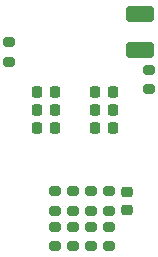
<source format=gbp>
G04 #@! TF.GenerationSoftware,KiCad,Pcbnew,7.0.7*
G04 #@! TF.CreationDate,2023-09-02T23:49:02-04:00*
G04 #@! TF.ProjectId,sfp-snoop2,7366702d-736e-46f6-9f70-322e6b696361,rev?*
G04 #@! TF.SameCoordinates,Original*
G04 #@! TF.FileFunction,Paste,Bot*
G04 #@! TF.FilePolarity,Positive*
%FSLAX46Y46*%
G04 Gerber Fmt 4.6, Leading zero omitted, Abs format (unit mm)*
G04 Created by KiCad (PCBNEW 7.0.7) date 2023-09-02 23:49:02*
%MOMM*%
%LPD*%
G01*
G04 APERTURE LIST*
G04 Aperture macros list*
%AMRoundRect*
0 Rectangle with rounded corners*
0 $1 Rounding radius*
0 $2 $3 $4 $5 $6 $7 $8 $9 X,Y pos of 4 corners*
0 Add a 4 corners polygon primitive as box body*
4,1,4,$2,$3,$4,$5,$6,$7,$8,$9,$2,$3,0*
0 Add four circle primitives for the rounded corners*
1,1,$1+$1,$2,$3*
1,1,$1+$1,$4,$5*
1,1,$1+$1,$6,$7*
1,1,$1+$1,$8,$9*
0 Add four rect primitives between the rounded corners*
20,1,$1+$1,$2,$3,$4,$5,0*
20,1,$1+$1,$4,$5,$6,$7,0*
20,1,$1+$1,$6,$7,$8,$9,0*
20,1,$1+$1,$8,$9,$2,$3,0*%
G04 Aperture macros list end*
%ADD10RoundRect,0.225000X0.225000X0.250000X-0.225000X0.250000X-0.225000X-0.250000X0.225000X-0.250000X0*%
%ADD11RoundRect,0.200000X0.275000X-0.200000X0.275000X0.200000X-0.275000X0.200000X-0.275000X-0.200000X0*%
%ADD12RoundRect,0.200000X-0.275000X0.200000X-0.275000X-0.200000X0.275000X-0.200000X0.275000X0.200000X0*%
%ADD13RoundRect,0.225000X0.250000X-0.225000X0.250000X0.225000X-0.250000X0.225000X-0.250000X-0.225000X0*%
%ADD14RoundRect,0.225000X-0.225000X-0.250000X0.225000X-0.250000X0.225000X0.250000X-0.225000X0.250000X0*%
%ADD15RoundRect,0.250000X-0.925000X0.412500X-0.925000X-0.412500X0.925000X-0.412500X0.925000X0.412500X0*%
G04 APERTURE END LIST*
D10*
X136650000Y-73050400D03*
X135100000Y-73050400D03*
D11*
X138201400Y-86118200D03*
X138201400Y-84468200D03*
D10*
X136650000Y-76149200D03*
X135100000Y-76149200D03*
X136650000Y-74599800D03*
X135100000Y-74599800D03*
D11*
X132791200Y-70510400D03*
X132791200Y-68860400D03*
D12*
X138201400Y-81457800D03*
X138201400Y-83107800D03*
D13*
X142773400Y-83057800D03*
X142773400Y-81507800D03*
D11*
X136677400Y-86118200D03*
X136677400Y-84468200D03*
D14*
X140017200Y-73050400D03*
X141567200Y-73050400D03*
D15*
X143840200Y-66458300D03*
X143840200Y-69533300D03*
D14*
X140017200Y-74599800D03*
X141567200Y-74599800D03*
D12*
X141249400Y-81457800D03*
X141249400Y-83107800D03*
D11*
X139725400Y-86118200D03*
X139725400Y-84468200D03*
D14*
X140017200Y-76149200D03*
X141567200Y-76149200D03*
D11*
X141249400Y-86118200D03*
X141249400Y-84468200D03*
D12*
X139725400Y-81457800D03*
X139725400Y-83107800D03*
X136677400Y-81457800D03*
X136677400Y-83107800D03*
D11*
X144627600Y-72846200D03*
X144627600Y-71196200D03*
M02*

</source>
